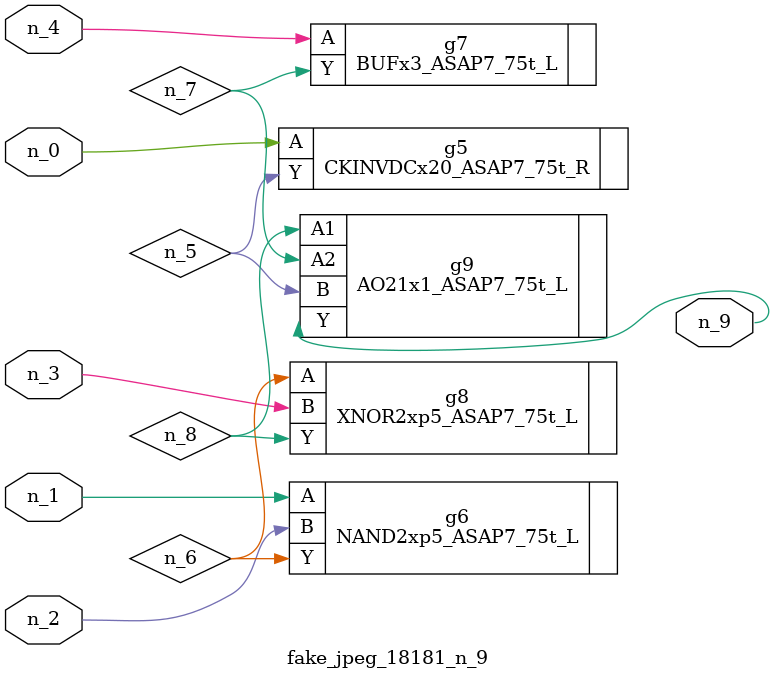
<source format=v>
module fake_jpeg_18181_n_9 (n_3, n_2, n_1, n_0, n_4, n_9);

input n_3;
input n_2;
input n_1;
input n_0;
input n_4;

output n_9;

wire n_8;
wire n_6;
wire n_5;
wire n_7;

CKINVDCx20_ASAP7_75t_R g5 ( 
.A(n_0),
.Y(n_5)
);

NAND2xp5_ASAP7_75t_L g6 ( 
.A(n_1),
.B(n_2),
.Y(n_6)
);

BUFx3_ASAP7_75t_L g7 ( 
.A(n_4),
.Y(n_7)
);

XNOR2xp5_ASAP7_75t_L g8 ( 
.A(n_6),
.B(n_3),
.Y(n_8)
);

AO21x1_ASAP7_75t_L g9 ( 
.A1(n_8),
.A2(n_7),
.B(n_5),
.Y(n_9)
);


endmodule
</source>
